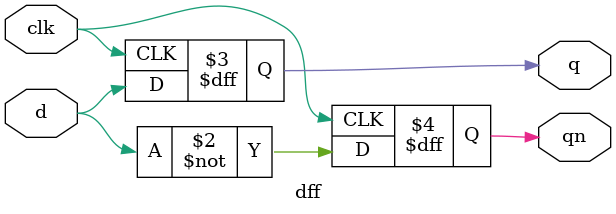
<source format=v>
module dff (
    input clk,
    input d,
    output reg q,
    output reg qn
);

    always @(posedge clk) begin
        q <= d;
        qn <= ~d;
    end

endmodule
</source>
